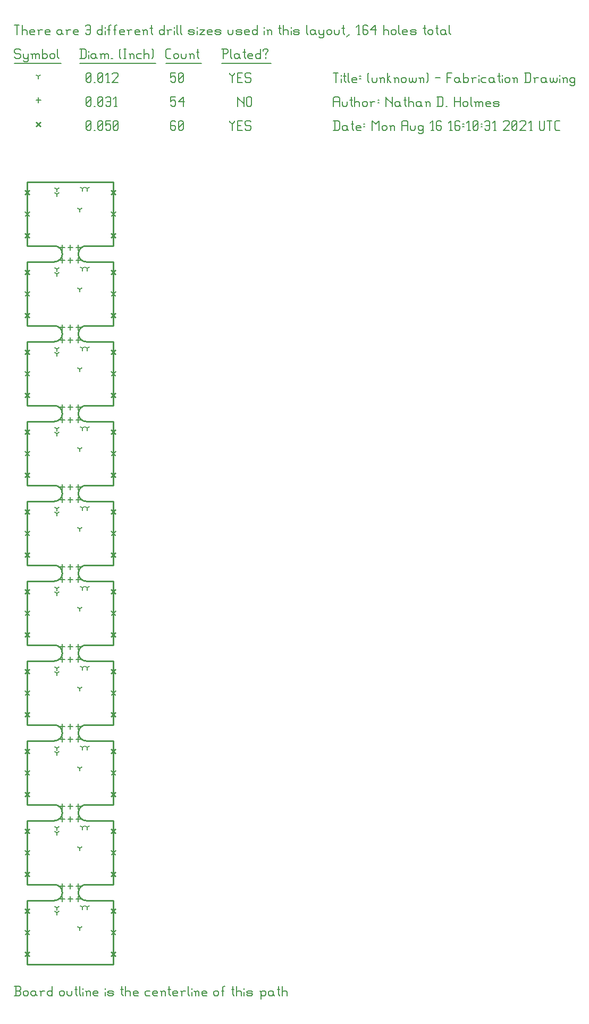
<source format=gbr>
G04 start of page 13 for group -3984 idx -3984 *
G04 Title: (unknown), fab *
G04 Creator: pcb 4.0.2 *
G04 CreationDate: Mon Aug 16 16:10:31 2021 UTC *
G04 For: ndholmes *
G04 Format: Gerber/RS-274X *
G04 PCB-Dimensions (mil): 700.00 5100.00 *
G04 PCB-Coordinate-Origin: lower left *
%MOIN*%
%FSLAX25Y25*%
%LNFAB*%
%ADD45C,0.0100*%
%ADD44C,0.0060*%
%ADD43C,0.0001*%
G54D43*G36*
X60800Y468266D02*X63766Y465300D01*
X63200Y464734D01*
X60234Y467700D01*
X60800Y468266D01*
G37*
G36*
X60234Y465300D02*X63200Y468266D01*
X63766Y467700D01*
X60800Y464734D01*
X60234Y465300D01*
G37*
G36*
X6800Y481766D02*X9766Y478800D01*
X9200Y478234D01*
X6234Y481200D01*
X6800Y481766D01*
G37*
G36*
X6234Y478800D02*X9200Y481766D01*
X9766Y481200D01*
X6800Y478234D01*
X6234Y478800D01*
G37*
G36*
X6800Y468266D02*X9766Y465300D01*
X9200Y464734D01*
X6234Y467700D01*
X6800Y468266D01*
G37*
G36*
X6234Y465300D02*X9200Y468266D01*
X9766Y467700D01*
X6800Y464734D01*
X6234Y465300D01*
G37*
G36*
X60800Y481766D02*X63766Y478800D01*
X63200Y478234D01*
X60234Y481200D01*
X60800Y481766D01*
G37*
G36*
X60234Y478800D02*X63200Y481766D01*
X63766Y481200D01*
X60800Y478234D01*
X60234Y478800D01*
G37*
G36*
X60800Y495266D02*X63766Y492300D01*
X63200Y491734D01*
X60234Y494700D01*
X60800Y495266D01*
G37*
G36*
X60234Y492300D02*X63200Y495266D01*
X63766Y494700D01*
X60800Y491734D01*
X60234Y492300D01*
G37*
G36*
X6800Y495266D02*X9766Y492300D01*
X9200Y491734D01*
X6234Y494700D01*
X6800Y495266D01*
G37*
G36*
X6234Y492300D02*X9200Y495266D01*
X9766Y494700D01*
X6800Y491734D01*
X6234Y492300D01*
G37*
G36*
X60800Y418266D02*X63766Y415300D01*
X63200Y414734D01*
X60234Y417700D01*
X60800Y418266D01*
G37*
G36*
X60234Y415300D02*X63200Y418266D01*
X63766Y417700D01*
X60800Y414734D01*
X60234Y415300D01*
G37*
G36*
X6800Y431766D02*X9766Y428800D01*
X9200Y428234D01*
X6234Y431200D01*
X6800Y431766D01*
G37*
G36*
X6234Y428800D02*X9200Y431766D01*
X9766Y431200D01*
X6800Y428234D01*
X6234Y428800D01*
G37*
G36*
X6800Y418266D02*X9766Y415300D01*
X9200Y414734D01*
X6234Y417700D01*
X6800Y418266D01*
G37*
G36*
X6234Y415300D02*X9200Y418266D01*
X9766Y417700D01*
X6800Y414734D01*
X6234Y415300D01*
G37*
G36*
X60800Y431766D02*X63766Y428800D01*
X63200Y428234D01*
X60234Y431200D01*
X60800Y431766D01*
G37*
G36*
X60234Y428800D02*X63200Y431766D01*
X63766Y431200D01*
X60800Y428234D01*
X60234Y428800D01*
G37*
G36*
X60800Y445266D02*X63766Y442300D01*
X63200Y441734D01*
X60234Y444700D01*
X60800Y445266D01*
G37*
G36*
X60234Y442300D02*X63200Y445266D01*
X63766Y444700D01*
X60800Y441734D01*
X60234Y442300D01*
G37*
G36*
X6800Y445266D02*X9766Y442300D01*
X9200Y441734D01*
X6234Y444700D01*
X6800Y445266D01*
G37*
G36*
X6234Y442300D02*X9200Y445266D01*
X9766Y444700D01*
X6800Y441734D01*
X6234Y442300D01*
G37*
G36*
X60800Y368266D02*X63766Y365300D01*
X63200Y364734D01*
X60234Y367700D01*
X60800Y368266D01*
G37*
G36*
X60234Y365300D02*X63200Y368266D01*
X63766Y367700D01*
X60800Y364734D01*
X60234Y365300D01*
G37*
G36*
X6800Y381766D02*X9766Y378800D01*
X9200Y378234D01*
X6234Y381200D01*
X6800Y381766D01*
G37*
G36*
X6234Y378800D02*X9200Y381766D01*
X9766Y381200D01*
X6800Y378234D01*
X6234Y378800D01*
G37*
G36*
X6800Y368266D02*X9766Y365300D01*
X9200Y364734D01*
X6234Y367700D01*
X6800Y368266D01*
G37*
G36*
X6234Y365300D02*X9200Y368266D01*
X9766Y367700D01*
X6800Y364734D01*
X6234Y365300D01*
G37*
G36*
X60800Y381766D02*X63766Y378800D01*
X63200Y378234D01*
X60234Y381200D01*
X60800Y381766D01*
G37*
G36*
X60234Y378800D02*X63200Y381766D01*
X63766Y381200D01*
X60800Y378234D01*
X60234Y378800D01*
G37*
G36*
X60800Y395266D02*X63766Y392300D01*
X63200Y391734D01*
X60234Y394700D01*
X60800Y395266D01*
G37*
G36*
X60234Y392300D02*X63200Y395266D01*
X63766Y394700D01*
X60800Y391734D01*
X60234Y392300D01*
G37*
G36*
X6800Y395266D02*X9766Y392300D01*
X9200Y391734D01*
X6234Y394700D01*
X6800Y395266D01*
G37*
G36*
X6234Y392300D02*X9200Y395266D01*
X9766Y394700D01*
X6800Y391734D01*
X6234Y392300D01*
G37*
G36*
X60800Y318266D02*X63766Y315300D01*
X63200Y314734D01*
X60234Y317700D01*
X60800Y318266D01*
G37*
G36*
X60234Y315300D02*X63200Y318266D01*
X63766Y317700D01*
X60800Y314734D01*
X60234Y315300D01*
G37*
G36*
X6800Y331766D02*X9766Y328800D01*
X9200Y328234D01*
X6234Y331200D01*
X6800Y331766D01*
G37*
G36*
X6234Y328800D02*X9200Y331766D01*
X9766Y331200D01*
X6800Y328234D01*
X6234Y328800D01*
G37*
G36*
X6800Y318266D02*X9766Y315300D01*
X9200Y314734D01*
X6234Y317700D01*
X6800Y318266D01*
G37*
G36*
X6234Y315300D02*X9200Y318266D01*
X9766Y317700D01*
X6800Y314734D01*
X6234Y315300D01*
G37*
G36*
X60800Y331766D02*X63766Y328800D01*
X63200Y328234D01*
X60234Y331200D01*
X60800Y331766D01*
G37*
G36*
X60234Y328800D02*X63200Y331766D01*
X63766Y331200D01*
X60800Y328234D01*
X60234Y328800D01*
G37*
G36*
X60800Y345266D02*X63766Y342300D01*
X63200Y341734D01*
X60234Y344700D01*
X60800Y345266D01*
G37*
G36*
X60234Y342300D02*X63200Y345266D01*
X63766Y344700D01*
X60800Y341734D01*
X60234Y342300D01*
G37*
G36*
X6800Y345266D02*X9766Y342300D01*
X9200Y341734D01*
X6234Y344700D01*
X6800Y345266D01*
G37*
G36*
X6234Y342300D02*X9200Y345266D01*
X9766Y344700D01*
X6800Y341734D01*
X6234Y342300D01*
G37*
G36*
X60800Y268266D02*X63766Y265300D01*
X63200Y264734D01*
X60234Y267700D01*
X60800Y268266D01*
G37*
G36*
X60234Y265300D02*X63200Y268266D01*
X63766Y267700D01*
X60800Y264734D01*
X60234Y265300D01*
G37*
G36*
X6800Y281766D02*X9766Y278800D01*
X9200Y278234D01*
X6234Y281200D01*
X6800Y281766D01*
G37*
G36*
X6234Y278800D02*X9200Y281766D01*
X9766Y281200D01*
X6800Y278234D01*
X6234Y278800D01*
G37*
G36*
X6800Y268266D02*X9766Y265300D01*
X9200Y264734D01*
X6234Y267700D01*
X6800Y268266D01*
G37*
G36*
X6234Y265300D02*X9200Y268266D01*
X9766Y267700D01*
X6800Y264734D01*
X6234Y265300D01*
G37*
G36*
X60800Y281766D02*X63766Y278800D01*
X63200Y278234D01*
X60234Y281200D01*
X60800Y281766D01*
G37*
G36*
X60234Y278800D02*X63200Y281766D01*
X63766Y281200D01*
X60800Y278234D01*
X60234Y278800D01*
G37*
G36*
X60800Y295266D02*X63766Y292300D01*
X63200Y291734D01*
X60234Y294700D01*
X60800Y295266D01*
G37*
G36*
X60234Y292300D02*X63200Y295266D01*
X63766Y294700D01*
X60800Y291734D01*
X60234Y292300D01*
G37*
G36*
X6800Y295266D02*X9766Y292300D01*
X9200Y291734D01*
X6234Y294700D01*
X6800Y295266D01*
G37*
G36*
X6234Y292300D02*X9200Y295266D01*
X9766Y294700D01*
X6800Y291734D01*
X6234Y292300D01*
G37*
G36*
X60800Y218266D02*X63766Y215300D01*
X63200Y214734D01*
X60234Y217700D01*
X60800Y218266D01*
G37*
G36*
X60234Y215300D02*X63200Y218266D01*
X63766Y217700D01*
X60800Y214734D01*
X60234Y215300D01*
G37*
G36*
X6800Y231766D02*X9766Y228800D01*
X9200Y228234D01*
X6234Y231200D01*
X6800Y231766D01*
G37*
G36*
X6234Y228800D02*X9200Y231766D01*
X9766Y231200D01*
X6800Y228234D01*
X6234Y228800D01*
G37*
G36*
X6800Y218266D02*X9766Y215300D01*
X9200Y214734D01*
X6234Y217700D01*
X6800Y218266D01*
G37*
G36*
X6234Y215300D02*X9200Y218266D01*
X9766Y217700D01*
X6800Y214734D01*
X6234Y215300D01*
G37*
G36*
X60800Y231766D02*X63766Y228800D01*
X63200Y228234D01*
X60234Y231200D01*
X60800Y231766D01*
G37*
G36*
X60234Y228800D02*X63200Y231766D01*
X63766Y231200D01*
X60800Y228234D01*
X60234Y228800D01*
G37*
G36*
X60800Y245266D02*X63766Y242300D01*
X63200Y241734D01*
X60234Y244700D01*
X60800Y245266D01*
G37*
G36*
X60234Y242300D02*X63200Y245266D01*
X63766Y244700D01*
X60800Y241734D01*
X60234Y242300D01*
G37*
G36*
X6800Y245266D02*X9766Y242300D01*
X9200Y241734D01*
X6234Y244700D01*
X6800Y245266D01*
G37*
G36*
X6234Y242300D02*X9200Y245266D01*
X9766Y244700D01*
X6800Y241734D01*
X6234Y242300D01*
G37*
G36*
X60800Y168266D02*X63766Y165300D01*
X63200Y164734D01*
X60234Y167700D01*
X60800Y168266D01*
G37*
G36*
X60234Y165300D02*X63200Y168266D01*
X63766Y167700D01*
X60800Y164734D01*
X60234Y165300D01*
G37*
G36*
X6800Y181766D02*X9766Y178800D01*
X9200Y178234D01*
X6234Y181200D01*
X6800Y181766D01*
G37*
G36*
X6234Y178800D02*X9200Y181766D01*
X9766Y181200D01*
X6800Y178234D01*
X6234Y178800D01*
G37*
G36*
X6800Y168266D02*X9766Y165300D01*
X9200Y164734D01*
X6234Y167700D01*
X6800Y168266D01*
G37*
G36*
X6234Y165300D02*X9200Y168266D01*
X9766Y167700D01*
X6800Y164734D01*
X6234Y165300D01*
G37*
G36*
X60800Y181766D02*X63766Y178800D01*
X63200Y178234D01*
X60234Y181200D01*
X60800Y181766D01*
G37*
G36*
X60234Y178800D02*X63200Y181766D01*
X63766Y181200D01*
X60800Y178234D01*
X60234Y178800D01*
G37*
G36*
X60800Y195266D02*X63766Y192300D01*
X63200Y191734D01*
X60234Y194700D01*
X60800Y195266D01*
G37*
G36*
X60234Y192300D02*X63200Y195266D01*
X63766Y194700D01*
X60800Y191734D01*
X60234Y192300D01*
G37*
G36*
X6800Y195266D02*X9766Y192300D01*
X9200Y191734D01*
X6234Y194700D01*
X6800Y195266D01*
G37*
G36*
X6234Y192300D02*X9200Y195266D01*
X9766Y194700D01*
X6800Y191734D01*
X6234Y192300D01*
G37*
G36*
X60800Y118266D02*X63766Y115300D01*
X63200Y114734D01*
X60234Y117700D01*
X60800Y118266D01*
G37*
G36*
X60234Y115300D02*X63200Y118266D01*
X63766Y117700D01*
X60800Y114734D01*
X60234Y115300D01*
G37*
G36*
X6800Y131766D02*X9766Y128800D01*
X9200Y128234D01*
X6234Y131200D01*
X6800Y131766D01*
G37*
G36*
X6234Y128800D02*X9200Y131766D01*
X9766Y131200D01*
X6800Y128234D01*
X6234Y128800D01*
G37*
G36*
X6800Y118266D02*X9766Y115300D01*
X9200Y114734D01*
X6234Y117700D01*
X6800Y118266D01*
G37*
G36*
X6234Y115300D02*X9200Y118266D01*
X9766Y117700D01*
X6800Y114734D01*
X6234Y115300D01*
G37*
G36*
X60800Y131766D02*X63766Y128800D01*
X63200Y128234D01*
X60234Y131200D01*
X60800Y131766D01*
G37*
G36*
X60234Y128800D02*X63200Y131766D01*
X63766Y131200D01*
X60800Y128234D01*
X60234Y128800D01*
G37*
G36*
X60800Y145266D02*X63766Y142300D01*
X63200Y141734D01*
X60234Y144700D01*
X60800Y145266D01*
G37*
G36*
X60234Y142300D02*X63200Y145266D01*
X63766Y144700D01*
X60800Y141734D01*
X60234Y142300D01*
G37*
G36*
X6800Y145266D02*X9766Y142300D01*
X9200Y141734D01*
X6234Y144700D01*
X6800Y145266D01*
G37*
G36*
X6234Y142300D02*X9200Y145266D01*
X9766Y144700D01*
X6800Y141734D01*
X6234Y142300D01*
G37*
G36*
X60800Y68266D02*X63766Y65300D01*
X63200Y64734D01*
X60234Y67700D01*
X60800Y68266D01*
G37*
G36*
X60234Y65300D02*X63200Y68266D01*
X63766Y67700D01*
X60800Y64734D01*
X60234Y65300D01*
G37*
G36*
X6800Y81766D02*X9766Y78800D01*
X9200Y78234D01*
X6234Y81200D01*
X6800Y81766D01*
G37*
G36*
X6234Y78800D02*X9200Y81766D01*
X9766Y81200D01*
X6800Y78234D01*
X6234Y78800D01*
G37*
G36*
X6800Y68266D02*X9766Y65300D01*
X9200Y64734D01*
X6234Y67700D01*
X6800Y68266D01*
G37*
G36*
X6234Y65300D02*X9200Y68266D01*
X9766Y67700D01*
X6800Y64734D01*
X6234Y65300D01*
G37*
G36*
X60800Y81766D02*X63766Y78800D01*
X63200Y78234D01*
X60234Y81200D01*
X60800Y81766D01*
G37*
G36*
X60234Y78800D02*X63200Y81766D01*
X63766Y81200D01*
X60800Y78234D01*
X60234Y78800D01*
G37*
G36*
X60800Y95266D02*X63766Y92300D01*
X63200Y91734D01*
X60234Y94700D01*
X60800Y95266D01*
G37*
G36*
X60234Y92300D02*X63200Y95266D01*
X63766Y94700D01*
X60800Y91734D01*
X60234Y92300D01*
G37*
G36*
X6800Y95266D02*X9766Y92300D01*
X9200Y91734D01*
X6234Y94700D01*
X6800Y95266D01*
G37*
G36*
X6234Y92300D02*X9200Y95266D01*
X9766Y94700D01*
X6800Y91734D01*
X6234Y92300D01*
G37*
G36*
X60800Y18266D02*X63766Y15300D01*
X63200Y14734D01*
X60234Y17700D01*
X60800Y18266D01*
G37*
G36*
X60234Y15300D02*X63200Y18266D01*
X63766Y17700D01*
X60800Y14734D01*
X60234Y15300D01*
G37*
G36*
X6800Y31766D02*X9766Y28800D01*
X9200Y28234D01*
X6234Y31200D01*
X6800Y31766D01*
G37*
G36*
X6234Y28800D02*X9200Y31766D01*
X9766Y31200D01*
X6800Y28234D01*
X6234Y28800D01*
G37*
G36*
X6800Y18266D02*X9766Y15300D01*
X9200Y14734D01*
X6234Y17700D01*
X6800Y18266D01*
G37*
G36*
X6234Y15300D02*X9200Y18266D01*
X9766Y17700D01*
X6800Y14734D01*
X6234Y15300D01*
G37*
G36*
X60800Y31766D02*X63766Y28800D01*
X63200Y28234D01*
X60234Y31200D01*
X60800Y31766D01*
G37*
G36*
X60234Y28800D02*X63200Y31766D01*
X63766Y31200D01*
X60800Y28234D01*
X60234Y28800D01*
G37*
G36*
X60800Y45266D02*X63766Y42300D01*
X63200Y41734D01*
X60234Y44700D01*
X60800Y45266D01*
G37*
G36*
X60234Y42300D02*X63200Y45266D01*
X63766Y44700D01*
X60800Y41734D01*
X60234Y42300D01*
G37*
G36*
X6800Y45266D02*X9766Y42300D01*
X9200Y41734D01*
X6234Y44700D01*
X6800Y45266D01*
G37*
G36*
X6234Y42300D02*X9200Y45266D01*
X9766Y44700D01*
X6800Y41734D01*
X6234Y42300D01*
G37*
G36*
X13800Y538016D02*X16766Y535050D01*
X16200Y534484D01*
X13234Y537450D01*
X13800Y538016D01*
G37*
G36*
X13234Y535050D02*X16200Y538016D01*
X16766Y537450D01*
X13800Y534484D01*
X13234Y535050D01*
G37*
G54D44*X135000Y538500D02*Y537750D01*
X136500Y536250D01*
X138000Y537750D01*
Y538500D02*Y537750D01*
X136500Y536250D02*Y532500D01*
X139800Y535500D02*X142050D01*
X139800Y532500D02*X142800D01*
X139800Y538500D02*Y532500D01*
Y538500D02*X142800D01*
X147600D02*X148350Y537750D01*
X145350Y538500D02*X147600D01*
X144600Y537750D02*X145350Y538500D01*
X144600Y537750D02*Y536250D01*
X145350Y535500D01*
X147600D01*
X148350Y534750D01*
Y533250D01*
X147600Y532500D02*X148350Y533250D01*
X145350Y532500D02*X147600D01*
X144600Y533250D02*X145350Y532500D01*
X100250Y538500D02*X101000Y537750D01*
X98750Y538500D02*X100250D01*
X98000Y537750D02*X98750Y538500D01*
X98000Y537750D02*Y533250D01*
X98750Y532500D01*
X100250Y535500D02*X101000Y534750D01*
X98000Y535500D02*X100250D01*
X98750Y532500D02*X100250D01*
X101000Y533250D01*
Y534750D02*Y533250D01*
X102800D02*X103550Y532500D01*
X102800Y537750D02*Y533250D01*
Y537750D02*X103550Y538500D01*
X105050D01*
X105800Y537750D01*
Y533250D01*
X105050Y532500D02*X105800Y533250D01*
X103550Y532500D02*X105050D01*
X102800Y534000D02*X105800Y537000D01*
X45000Y533250D02*X45750Y532500D01*
X45000Y537750D02*Y533250D01*
Y537750D02*X45750Y538500D01*
X47250D01*
X48000Y537750D01*
Y533250D01*
X47250Y532500D02*X48000Y533250D01*
X45750Y532500D02*X47250D01*
X45000Y534000D02*X48000Y537000D01*
X49800Y532500D02*X50550D01*
X52350Y533250D02*X53100Y532500D01*
X52350Y537750D02*Y533250D01*
Y537750D02*X53100Y538500D01*
X54600D01*
X55350Y537750D01*
Y533250D01*
X54600Y532500D02*X55350Y533250D01*
X53100Y532500D02*X54600D01*
X52350Y534000D02*X55350Y537000D01*
X57150Y538500D02*X60150D01*
X57150D02*Y535500D01*
X57900Y536250D01*
X59400D01*
X60150Y535500D01*
Y533250D01*
X59400Y532500D02*X60150Y533250D01*
X57900Y532500D02*X59400D01*
X57150Y533250D02*X57900Y532500D01*
X61950Y533250D02*X62700Y532500D01*
X61950Y537750D02*Y533250D01*
Y537750D02*X62700Y538500D01*
X64200D01*
X64950Y537750D01*
Y533250D01*
X64200Y532500D02*X64950Y533250D01*
X62700Y532500D02*X64200D01*
X61950Y534000D02*X64950Y537000D01*
X30000Y460600D02*Y457400D01*
X28400Y459000D02*X31600D01*
X40000Y460600D02*Y457400D01*
X38400Y459000D02*X41600D01*
X35000Y460600D02*Y457400D01*
X33400Y459000D02*X36600D01*
X30000Y452600D02*Y449400D01*
X28400Y451000D02*X31600D01*
X35000Y452600D02*Y449400D01*
X33400Y451000D02*X36600D01*
X40000Y452600D02*Y449400D01*
X38400Y451000D02*X41600D01*
X30000Y410600D02*Y407400D01*
X28400Y409000D02*X31600D01*
X40000Y410600D02*Y407400D01*
X38400Y409000D02*X41600D01*
X35000Y410600D02*Y407400D01*
X33400Y409000D02*X36600D01*
X30000Y402600D02*Y399400D01*
X28400Y401000D02*X31600D01*
X35000Y402600D02*Y399400D01*
X33400Y401000D02*X36600D01*
X40000Y402600D02*Y399400D01*
X38400Y401000D02*X41600D01*
X30000Y360600D02*Y357400D01*
X28400Y359000D02*X31600D01*
X40000Y360600D02*Y357400D01*
X38400Y359000D02*X41600D01*
X35000Y360600D02*Y357400D01*
X33400Y359000D02*X36600D01*
X30000Y352600D02*Y349400D01*
X28400Y351000D02*X31600D01*
X35000Y352600D02*Y349400D01*
X33400Y351000D02*X36600D01*
X40000Y352600D02*Y349400D01*
X38400Y351000D02*X41600D01*
X30000Y310600D02*Y307400D01*
X28400Y309000D02*X31600D01*
X40000Y310600D02*Y307400D01*
X38400Y309000D02*X41600D01*
X35000Y310600D02*Y307400D01*
X33400Y309000D02*X36600D01*
X30000Y302600D02*Y299400D01*
X28400Y301000D02*X31600D01*
X35000Y302600D02*Y299400D01*
X33400Y301000D02*X36600D01*
X40000Y302600D02*Y299400D01*
X38400Y301000D02*X41600D01*
X30000Y260600D02*Y257400D01*
X28400Y259000D02*X31600D01*
X40000Y260600D02*Y257400D01*
X38400Y259000D02*X41600D01*
X35000Y260600D02*Y257400D01*
X33400Y259000D02*X36600D01*
X30000Y252600D02*Y249400D01*
X28400Y251000D02*X31600D01*
X35000Y252600D02*Y249400D01*
X33400Y251000D02*X36600D01*
X40000Y252600D02*Y249400D01*
X38400Y251000D02*X41600D01*
X30000Y210600D02*Y207400D01*
X28400Y209000D02*X31600D01*
X40000Y210600D02*Y207400D01*
X38400Y209000D02*X41600D01*
X35000Y210600D02*Y207400D01*
X33400Y209000D02*X36600D01*
X30000Y202600D02*Y199400D01*
X28400Y201000D02*X31600D01*
X35000Y202600D02*Y199400D01*
X33400Y201000D02*X36600D01*
X40000Y202600D02*Y199400D01*
X38400Y201000D02*X41600D01*
X30000Y160600D02*Y157400D01*
X28400Y159000D02*X31600D01*
X40000Y160600D02*Y157400D01*
X38400Y159000D02*X41600D01*
X35000Y160600D02*Y157400D01*
X33400Y159000D02*X36600D01*
X30000Y152600D02*Y149400D01*
X28400Y151000D02*X31600D01*
X35000Y152600D02*Y149400D01*
X33400Y151000D02*X36600D01*
X40000Y152600D02*Y149400D01*
X38400Y151000D02*X41600D01*
X30000Y110600D02*Y107400D01*
X28400Y109000D02*X31600D01*
X40000Y110600D02*Y107400D01*
X38400Y109000D02*X41600D01*
X35000Y110600D02*Y107400D01*
X33400Y109000D02*X36600D01*
X30000Y102600D02*Y99400D01*
X28400Y101000D02*X31600D01*
X35000Y102600D02*Y99400D01*
X33400Y101000D02*X36600D01*
X40000Y102600D02*Y99400D01*
X38400Y101000D02*X41600D01*
X30000Y60600D02*Y57400D01*
X28400Y59000D02*X31600D01*
X40000Y60600D02*Y57400D01*
X38400Y59000D02*X41600D01*
X35000Y60600D02*Y57400D01*
X33400Y59000D02*X36600D01*
X30000Y52600D02*Y49400D01*
X28400Y51000D02*X31600D01*
X35000Y52600D02*Y49400D01*
X33400Y51000D02*X36600D01*
X40000Y52600D02*Y49400D01*
X38400Y51000D02*X41600D01*
X15000Y552850D02*Y549650D01*
X13400Y551250D02*X16600D01*
X140000Y553500D02*Y547500D01*
Y553500D02*Y552750D01*
X143750Y549000D01*
Y553500D02*Y547500D01*
X145550Y552750D02*Y548250D01*
Y552750D02*X146300Y553500D01*
X147800D01*
X148550Y552750D01*
Y548250D01*
X147800Y547500D02*X148550Y548250D01*
X146300Y547500D02*X147800D01*
X145550Y548250D02*X146300Y547500D01*
X98000Y553500D02*X101000D01*
X98000D02*Y550500D01*
X98750Y551250D01*
X100250D01*
X101000Y550500D01*
Y548250D01*
X100250Y547500D02*X101000Y548250D01*
X98750Y547500D02*X100250D01*
X98000Y548250D02*X98750Y547500D01*
X102800Y550500D02*X105800Y553500D01*
X102800Y550500D02*X106550D01*
X105800Y553500D02*Y547500D01*
X45000Y548250D02*X45750Y547500D01*
X45000Y552750D02*Y548250D01*
Y552750D02*X45750Y553500D01*
X47250D01*
X48000Y552750D01*
Y548250D01*
X47250Y547500D02*X48000Y548250D01*
X45750Y547500D02*X47250D01*
X45000Y549000D02*X48000Y552000D01*
X49800Y547500D02*X50550D01*
X52350Y548250D02*X53100Y547500D01*
X52350Y552750D02*Y548250D01*
Y552750D02*X53100Y553500D01*
X54600D01*
X55350Y552750D01*
Y548250D01*
X54600Y547500D02*X55350Y548250D01*
X53100Y547500D02*X54600D01*
X52350Y549000D02*X55350Y552000D01*
X57150Y552750D02*X57900Y553500D01*
X59400D01*
X60150Y552750D01*
Y548250D01*
X59400Y547500D02*X60150Y548250D01*
X57900Y547500D02*X59400D01*
X57150Y548250D02*X57900Y547500D01*
Y550500D02*X60150D01*
X62700Y547500D02*X64200D01*
X63450Y553500D02*Y547500D01*
X61950Y552000D02*X63450Y553500D01*
X26500Y495500D02*Y493900D01*
Y495500D02*X27887Y496300D01*
X26500Y495500D02*X25113Y496300D01*
X26500Y492500D02*Y490900D01*
Y492500D02*X27887Y493300D01*
X26500Y492500D02*X25113Y493300D01*
X41000Y482800D02*Y481200D01*
Y482800D02*X42387Y483600D01*
X41000Y482800D02*X39613Y483600D01*
X42500Y496000D02*Y494400D01*
Y496000D02*X43887Y496800D01*
X42500Y496000D02*X41113Y496800D01*
X45500Y496000D02*Y494400D01*
Y496000D02*X46887Y496800D01*
X45500Y496000D02*X44113Y496800D01*
X26500Y445500D02*Y443900D01*
Y445500D02*X27887Y446300D01*
X26500Y445500D02*X25113Y446300D01*
X26500Y442500D02*Y440900D01*
Y442500D02*X27887Y443300D01*
X26500Y442500D02*X25113Y443300D01*
X41000Y432800D02*Y431200D01*
Y432800D02*X42387Y433600D01*
X41000Y432800D02*X39613Y433600D01*
X42500Y446000D02*Y444400D01*
Y446000D02*X43887Y446800D01*
X42500Y446000D02*X41113Y446800D01*
X45500Y446000D02*Y444400D01*
Y446000D02*X46887Y446800D01*
X45500Y446000D02*X44113Y446800D01*
X26500Y395500D02*Y393900D01*
Y395500D02*X27887Y396300D01*
X26500Y395500D02*X25113Y396300D01*
X26500Y392500D02*Y390900D01*
Y392500D02*X27887Y393300D01*
X26500Y392500D02*X25113Y393300D01*
X41000Y382800D02*Y381200D01*
Y382800D02*X42387Y383600D01*
X41000Y382800D02*X39613Y383600D01*
X42500Y396000D02*Y394400D01*
Y396000D02*X43887Y396800D01*
X42500Y396000D02*X41113Y396800D01*
X45500Y396000D02*Y394400D01*
Y396000D02*X46887Y396800D01*
X45500Y396000D02*X44113Y396800D01*
X26500Y345500D02*Y343900D01*
Y345500D02*X27887Y346300D01*
X26500Y345500D02*X25113Y346300D01*
X26500Y342500D02*Y340900D01*
Y342500D02*X27887Y343300D01*
X26500Y342500D02*X25113Y343300D01*
X41000Y332800D02*Y331200D01*
Y332800D02*X42387Y333600D01*
X41000Y332800D02*X39613Y333600D01*
X42500Y346000D02*Y344400D01*
Y346000D02*X43887Y346800D01*
X42500Y346000D02*X41113Y346800D01*
X45500Y346000D02*Y344400D01*
Y346000D02*X46887Y346800D01*
X45500Y346000D02*X44113Y346800D01*
X26500Y295500D02*Y293900D01*
Y295500D02*X27887Y296300D01*
X26500Y295500D02*X25113Y296300D01*
X26500Y292500D02*Y290900D01*
Y292500D02*X27887Y293300D01*
X26500Y292500D02*X25113Y293300D01*
X41000Y282800D02*Y281200D01*
Y282800D02*X42387Y283600D01*
X41000Y282800D02*X39613Y283600D01*
X42500Y296000D02*Y294400D01*
Y296000D02*X43887Y296800D01*
X42500Y296000D02*X41113Y296800D01*
X45500Y296000D02*Y294400D01*
Y296000D02*X46887Y296800D01*
X45500Y296000D02*X44113Y296800D01*
X26500Y245500D02*Y243900D01*
Y245500D02*X27887Y246300D01*
X26500Y245500D02*X25113Y246300D01*
X26500Y242500D02*Y240900D01*
Y242500D02*X27887Y243300D01*
X26500Y242500D02*X25113Y243300D01*
X41000Y232800D02*Y231200D01*
Y232800D02*X42387Y233600D01*
X41000Y232800D02*X39613Y233600D01*
X42500Y246000D02*Y244400D01*
Y246000D02*X43887Y246800D01*
X42500Y246000D02*X41113Y246800D01*
X45500Y246000D02*Y244400D01*
Y246000D02*X46887Y246800D01*
X45500Y246000D02*X44113Y246800D01*
X26500Y195500D02*Y193900D01*
Y195500D02*X27887Y196300D01*
X26500Y195500D02*X25113Y196300D01*
X26500Y192500D02*Y190900D01*
Y192500D02*X27887Y193300D01*
X26500Y192500D02*X25113Y193300D01*
X41000Y182800D02*Y181200D01*
Y182800D02*X42387Y183600D01*
X41000Y182800D02*X39613Y183600D01*
X42500Y196000D02*Y194400D01*
Y196000D02*X43887Y196800D01*
X42500Y196000D02*X41113Y196800D01*
X45500Y196000D02*Y194400D01*
Y196000D02*X46887Y196800D01*
X45500Y196000D02*X44113Y196800D01*
X26500Y145500D02*Y143900D01*
Y145500D02*X27887Y146300D01*
X26500Y145500D02*X25113Y146300D01*
X26500Y142500D02*Y140900D01*
Y142500D02*X27887Y143300D01*
X26500Y142500D02*X25113Y143300D01*
X41000Y132800D02*Y131200D01*
Y132800D02*X42387Y133600D01*
X41000Y132800D02*X39613Y133600D01*
X42500Y146000D02*Y144400D01*
Y146000D02*X43887Y146800D01*
X42500Y146000D02*X41113Y146800D01*
X45500Y146000D02*Y144400D01*
Y146000D02*X46887Y146800D01*
X45500Y146000D02*X44113Y146800D01*
X26500Y95500D02*Y93900D01*
Y95500D02*X27887Y96300D01*
X26500Y95500D02*X25113Y96300D01*
X26500Y92500D02*Y90900D01*
Y92500D02*X27887Y93300D01*
X26500Y92500D02*X25113Y93300D01*
X41000Y82800D02*Y81200D01*
Y82800D02*X42387Y83600D01*
X41000Y82800D02*X39613Y83600D01*
X42500Y96000D02*Y94400D01*
Y96000D02*X43887Y96800D01*
X42500Y96000D02*X41113Y96800D01*
X45500Y96000D02*Y94400D01*
Y96000D02*X46887Y96800D01*
X45500Y96000D02*X44113Y96800D01*
X26500Y45500D02*Y43900D01*
Y45500D02*X27887Y46300D01*
X26500Y45500D02*X25113Y46300D01*
X26500Y42500D02*Y40900D01*
Y42500D02*X27887Y43300D01*
X26500Y42500D02*X25113Y43300D01*
X41000Y32800D02*Y31200D01*
Y32800D02*X42387Y33600D01*
X41000Y32800D02*X39613Y33600D01*
X42500Y46000D02*Y44400D01*
Y46000D02*X43887Y46800D01*
X42500Y46000D02*X41113Y46800D01*
X45500Y46000D02*Y44400D01*
Y46000D02*X46887Y46800D01*
X45500Y46000D02*X44113Y46800D01*
X15000Y566250D02*Y564650D01*
Y566250D02*X16387Y567050D01*
X15000Y566250D02*X13613Y567050D01*
X135000Y568500D02*Y567750D01*
X136500Y566250D01*
X138000Y567750D01*
Y568500D02*Y567750D01*
X136500Y566250D02*Y562500D01*
X139800Y565500D02*X142050D01*
X139800Y562500D02*X142800D01*
X139800Y568500D02*Y562500D01*
Y568500D02*X142800D01*
X147600D02*X148350Y567750D01*
X145350Y568500D02*X147600D01*
X144600Y567750D02*X145350Y568500D01*
X144600Y567750D02*Y566250D01*
X145350Y565500D01*
X147600D01*
X148350Y564750D01*
Y563250D01*
X147600Y562500D02*X148350Y563250D01*
X145350Y562500D02*X147600D01*
X144600Y563250D02*X145350Y562500D01*
X98000Y568500D02*X101000D01*
X98000D02*Y565500D01*
X98750Y566250D01*
X100250D01*
X101000Y565500D01*
Y563250D01*
X100250Y562500D02*X101000Y563250D01*
X98750Y562500D02*X100250D01*
X98000Y563250D02*X98750Y562500D01*
X102800Y563250D02*X103550Y562500D01*
X102800Y567750D02*Y563250D01*
Y567750D02*X103550Y568500D01*
X105050D01*
X105800Y567750D01*
Y563250D01*
X105050Y562500D02*X105800Y563250D01*
X103550Y562500D02*X105050D01*
X102800Y564000D02*X105800Y567000D01*
X45000Y563250D02*X45750Y562500D01*
X45000Y567750D02*Y563250D01*
Y567750D02*X45750Y568500D01*
X47250D01*
X48000Y567750D01*
Y563250D01*
X47250Y562500D02*X48000Y563250D01*
X45750Y562500D02*X47250D01*
X45000Y564000D02*X48000Y567000D01*
X49800Y562500D02*X50550D01*
X52350Y563250D02*X53100Y562500D01*
X52350Y567750D02*Y563250D01*
Y567750D02*X53100Y568500D01*
X54600D01*
X55350Y567750D01*
Y563250D01*
X54600Y562500D02*X55350Y563250D01*
X53100Y562500D02*X54600D01*
X52350Y564000D02*X55350Y567000D01*
X57900Y562500D02*X59400D01*
X58650Y568500D02*Y562500D01*
X57150Y567000D02*X58650Y568500D01*
X61200Y567750D02*X61950Y568500D01*
X64200D01*
X64950Y567750D01*
Y566250D01*
X61200Y562500D02*X64950Y566250D01*
X61200Y562500D02*X64950D01*
X3000Y583500D02*X3750Y582750D01*
X750Y583500D02*X3000D01*
X0Y582750D02*X750Y583500D01*
X0Y582750D02*Y581250D01*
X750Y580500D01*
X3000D01*
X3750Y579750D01*
Y578250D01*
X3000Y577500D02*X3750Y578250D01*
X750Y577500D02*X3000D01*
X0Y578250D02*X750Y577500D01*
X5550Y580500D02*Y578250D01*
X6300Y577500D01*
X8550Y580500D02*Y576000D01*
X7800Y575250D02*X8550Y576000D01*
X6300Y575250D02*X7800D01*
X5550Y576000D02*X6300Y575250D01*
Y577500D02*X7800D01*
X8550Y578250D01*
X11100Y579750D02*Y577500D01*
Y579750D02*X11850Y580500D01*
X12600D01*
X13350Y579750D01*
Y577500D01*
Y579750D02*X14100Y580500D01*
X14850D01*
X15600Y579750D01*
Y577500D01*
X10350Y580500D02*X11100Y579750D01*
X17400Y583500D02*Y577500D01*
Y578250D02*X18150Y577500D01*
X19650D01*
X20400Y578250D01*
Y579750D02*Y578250D01*
X19650Y580500D02*X20400Y579750D01*
X18150Y580500D02*X19650D01*
X17400Y579750D02*X18150Y580500D01*
X22200Y579750D02*Y578250D01*
Y579750D02*X22950Y580500D01*
X24450D01*
X25200Y579750D01*
Y578250D01*
X24450Y577500D02*X25200Y578250D01*
X22950Y577500D02*X24450D01*
X22200Y578250D02*X22950Y577500D01*
X27000Y583500D02*Y578250D01*
X27750Y577500D01*
X0Y574250D02*X29250D01*
X41750Y583500D02*Y577500D01*
X44000Y583500D02*X44750Y582750D01*
Y578250D01*
X44000Y577500D02*X44750Y578250D01*
X41000Y577500D02*X44000D01*
X41000Y583500D02*X44000D01*
X46550Y582000D02*Y581250D01*
Y579750D02*Y577500D01*
X50300Y580500D02*X51050Y579750D01*
X48800Y580500D02*X50300D01*
X48050Y579750D02*X48800Y580500D01*
X48050Y579750D02*Y578250D01*
X48800Y577500D01*
X51050Y580500D02*Y578250D01*
X51800Y577500D01*
X48800D02*X50300D01*
X51050Y578250D01*
X54350Y579750D02*Y577500D01*
Y579750D02*X55100Y580500D01*
X55850D01*
X56600Y579750D01*
Y577500D01*
Y579750D02*X57350Y580500D01*
X58100D01*
X58850Y579750D01*
Y577500D01*
X53600Y580500D02*X54350Y579750D01*
X60650Y577500D02*X61400D01*
X65900Y578250D02*X66650Y577500D01*
X65900Y582750D02*X66650Y583500D01*
X65900Y582750D02*Y578250D01*
X68450Y583500D02*X69950D01*
X69200D02*Y577500D01*
X68450D02*X69950D01*
X72500Y579750D02*Y577500D01*
Y579750D02*X73250Y580500D01*
X74000D01*
X74750Y579750D01*
Y577500D01*
X71750Y580500D02*X72500Y579750D01*
X77300Y580500D02*X79550D01*
X76550Y579750D02*X77300Y580500D01*
X76550Y579750D02*Y578250D01*
X77300Y577500D01*
X79550D01*
X81350Y583500D02*Y577500D01*
Y579750D02*X82100Y580500D01*
X83600D01*
X84350Y579750D01*
Y577500D01*
X86150Y583500D02*X86900Y582750D01*
Y578250D01*
X86150Y577500D02*X86900Y578250D01*
X41000Y574250D02*X88700D01*
X95750Y577500D02*X98000D01*
X95000Y578250D02*X95750Y577500D01*
X95000Y582750D02*Y578250D01*
Y582750D02*X95750Y583500D01*
X98000D01*
X99800Y579750D02*Y578250D01*
Y579750D02*X100550Y580500D01*
X102050D01*
X102800Y579750D01*
Y578250D01*
X102050Y577500D02*X102800Y578250D01*
X100550Y577500D02*X102050D01*
X99800Y578250D02*X100550Y577500D01*
X104600Y580500D02*Y578250D01*
X105350Y577500D01*
X106850D01*
X107600Y578250D01*
Y580500D02*Y578250D01*
X110150Y579750D02*Y577500D01*
Y579750D02*X110900Y580500D01*
X111650D01*
X112400Y579750D01*
Y577500D01*
X109400Y580500D02*X110150Y579750D01*
X114950Y583500D02*Y578250D01*
X115700Y577500D01*
X114200Y581250D02*X115700D01*
X95000Y574250D02*X117200D01*
X130750Y583500D02*Y577500D01*
X130000Y583500D02*X133000D01*
X133750Y582750D01*
Y581250D01*
X133000Y580500D02*X133750Y581250D01*
X130750Y580500D02*X133000D01*
X135550Y583500D02*Y578250D01*
X136300Y577500D01*
X140050Y580500D02*X140800Y579750D01*
X138550Y580500D02*X140050D01*
X137800Y579750D02*X138550Y580500D01*
X137800Y579750D02*Y578250D01*
X138550Y577500D01*
X140800Y580500D02*Y578250D01*
X141550Y577500D01*
X138550D02*X140050D01*
X140800Y578250D01*
X144100Y583500D02*Y578250D01*
X144850Y577500D01*
X143350Y581250D02*X144850D01*
X147100Y577500D02*X149350D01*
X146350Y578250D02*X147100Y577500D01*
X146350Y579750D02*Y578250D01*
Y579750D02*X147100Y580500D01*
X148600D01*
X149350Y579750D01*
X146350Y579000D02*X149350D01*
Y579750D02*Y579000D01*
X154150Y583500D02*Y577500D01*
X153400D02*X154150Y578250D01*
X151900Y577500D02*X153400D01*
X151150Y578250D02*X151900Y577500D01*
X151150Y579750D02*Y578250D01*
Y579750D02*X151900Y580500D01*
X153400D01*
X154150Y579750D01*
X157450Y580500D02*Y579750D01*
Y578250D02*Y577500D01*
X155950Y582750D02*Y582000D01*
Y582750D02*X156700Y583500D01*
X158200D01*
X158950Y582750D01*
Y582000D01*
X157450Y580500D02*X158950Y582000D01*
X130000Y574250D02*X160750D01*
X0Y598500D02*X3000D01*
X1500D02*Y592500D01*
X4800Y598500D02*Y592500D01*
Y594750D02*X5550Y595500D01*
X7050D01*
X7800Y594750D01*
Y592500D01*
X10350D02*X12600D01*
X9600Y593250D02*X10350Y592500D01*
X9600Y594750D02*Y593250D01*
Y594750D02*X10350Y595500D01*
X11850D01*
X12600Y594750D01*
X9600Y594000D02*X12600D01*
Y594750D02*Y594000D01*
X15150Y594750D02*Y592500D01*
Y594750D02*X15900Y595500D01*
X17400D01*
X14400D02*X15150Y594750D01*
X19950Y592500D02*X22200D01*
X19200Y593250D02*X19950Y592500D01*
X19200Y594750D02*Y593250D01*
Y594750D02*X19950Y595500D01*
X21450D01*
X22200Y594750D01*
X19200Y594000D02*X22200D01*
Y594750D02*Y594000D01*
X28950Y595500D02*X29700Y594750D01*
X27450Y595500D02*X28950D01*
X26700Y594750D02*X27450Y595500D01*
X26700Y594750D02*Y593250D01*
X27450Y592500D01*
X29700Y595500D02*Y593250D01*
X30450Y592500D01*
X27450D02*X28950D01*
X29700Y593250D01*
X33000Y594750D02*Y592500D01*
Y594750D02*X33750Y595500D01*
X35250D01*
X32250D02*X33000Y594750D01*
X37800Y592500D02*X40050D01*
X37050Y593250D02*X37800Y592500D01*
X37050Y594750D02*Y593250D01*
Y594750D02*X37800Y595500D01*
X39300D01*
X40050Y594750D01*
X37050Y594000D02*X40050D01*
Y594750D02*Y594000D01*
X44550Y597750D02*X45300Y598500D01*
X46800D01*
X47550Y597750D01*
Y593250D01*
X46800Y592500D02*X47550Y593250D01*
X45300Y592500D02*X46800D01*
X44550Y593250D02*X45300Y592500D01*
Y595500D02*X47550D01*
X55050Y598500D02*Y592500D01*
X54300D02*X55050Y593250D01*
X52800Y592500D02*X54300D01*
X52050Y593250D02*X52800Y592500D01*
X52050Y594750D02*Y593250D01*
Y594750D02*X52800Y595500D01*
X54300D01*
X55050Y594750D01*
X56850Y597000D02*Y596250D01*
Y594750D02*Y592500D01*
X59100Y597750D02*Y592500D01*
Y597750D02*X59850Y598500D01*
X60600D01*
X58350Y595500D02*X59850D01*
X62850Y597750D02*Y592500D01*
Y597750D02*X63600Y598500D01*
X64350D01*
X62100Y595500D02*X63600D01*
X66600Y592500D02*X68850D01*
X65850Y593250D02*X66600Y592500D01*
X65850Y594750D02*Y593250D01*
Y594750D02*X66600Y595500D01*
X68100D01*
X68850Y594750D01*
X65850Y594000D02*X68850D01*
Y594750D02*Y594000D01*
X71400Y594750D02*Y592500D01*
Y594750D02*X72150Y595500D01*
X73650D01*
X70650D02*X71400Y594750D01*
X76200Y592500D02*X78450D01*
X75450Y593250D02*X76200Y592500D01*
X75450Y594750D02*Y593250D01*
Y594750D02*X76200Y595500D01*
X77700D01*
X78450Y594750D01*
X75450Y594000D02*X78450D01*
Y594750D02*Y594000D01*
X81000Y594750D02*Y592500D01*
Y594750D02*X81750Y595500D01*
X82500D01*
X83250Y594750D01*
Y592500D01*
X80250Y595500D02*X81000Y594750D01*
X85800Y598500D02*Y593250D01*
X86550Y592500D01*
X85050Y596250D02*X86550D01*
X93750Y598500D02*Y592500D01*
X93000D02*X93750Y593250D01*
X91500Y592500D02*X93000D01*
X90750Y593250D02*X91500Y592500D01*
X90750Y594750D02*Y593250D01*
Y594750D02*X91500Y595500D01*
X93000D01*
X93750Y594750D01*
X96300D02*Y592500D01*
Y594750D02*X97050Y595500D01*
X98550D01*
X95550D02*X96300Y594750D01*
X100350Y597000D02*Y596250D01*
Y594750D02*Y592500D01*
X101850Y598500D02*Y593250D01*
X102600Y592500D01*
X104100Y598500D02*Y593250D01*
X104850Y592500D01*
X109800D02*X112050D01*
X112800Y593250D01*
X112050Y594000D02*X112800Y593250D01*
X109800Y594000D02*X112050D01*
X109050Y594750D02*X109800Y594000D01*
X109050Y594750D02*X109800Y595500D01*
X112050D01*
X112800Y594750D01*
X109050Y593250D02*X109800Y592500D01*
X114600Y597000D02*Y596250D01*
Y594750D02*Y592500D01*
X116100Y595500D02*X119100D01*
X116100Y592500D02*X119100Y595500D01*
X116100Y592500D02*X119100D01*
X121650D02*X123900D01*
X120900Y593250D02*X121650Y592500D01*
X120900Y594750D02*Y593250D01*
Y594750D02*X121650Y595500D01*
X123150D01*
X123900Y594750D01*
X120900Y594000D02*X123900D01*
Y594750D02*Y594000D01*
X126450Y592500D02*X128700D01*
X129450Y593250D01*
X128700Y594000D02*X129450Y593250D01*
X126450Y594000D02*X128700D01*
X125700Y594750D02*X126450Y594000D01*
X125700Y594750D02*X126450Y595500D01*
X128700D01*
X129450Y594750D01*
X125700Y593250D02*X126450Y592500D01*
X133950Y595500D02*Y593250D01*
X134700Y592500D01*
X136200D01*
X136950Y593250D01*
Y595500D02*Y593250D01*
X139500Y592500D02*X141750D01*
X142500Y593250D01*
X141750Y594000D02*X142500Y593250D01*
X139500Y594000D02*X141750D01*
X138750Y594750D02*X139500Y594000D01*
X138750Y594750D02*X139500Y595500D01*
X141750D01*
X142500Y594750D01*
X138750Y593250D02*X139500Y592500D01*
X145050D02*X147300D01*
X144300Y593250D02*X145050Y592500D01*
X144300Y594750D02*Y593250D01*
Y594750D02*X145050Y595500D01*
X146550D01*
X147300Y594750D01*
X144300Y594000D02*X147300D01*
Y594750D02*Y594000D01*
X152100Y598500D02*Y592500D01*
X151350D02*X152100Y593250D01*
X149850Y592500D02*X151350D01*
X149100Y593250D02*X149850Y592500D01*
X149100Y594750D02*Y593250D01*
Y594750D02*X149850Y595500D01*
X151350D01*
X152100Y594750D01*
X156600Y597000D02*Y596250D01*
Y594750D02*Y592500D01*
X158850Y594750D02*Y592500D01*
Y594750D02*X159600Y595500D01*
X160350D01*
X161100Y594750D01*
Y592500D01*
X158100Y595500D02*X158850Y594750D01*
X166350Y598500D02*Y593250D01*
X167100Y592500D01*
X165600Y596250D02*X167100D01*
X168600Y598500D02*Y592500D01*
Y594750D02*X169350Y595500D01*
X170850D01*
X171600Y594750D01*
Y592500D01*
X173400Y597000D02*Y596250D01*
Y594750D02*Y592500D01*
X175650D02*X177900D01*
X178650Y593250D01*
X177900Y594000D02*X178650Y593250D01*
X175650Y594000D02*X177900D01*
X174900Y594750D02*X175650Y594000D01*
X174900Y594750D02*X175650Y595500D01*
X177900D01*
X178650Y594750D01*
X174900Y593250D02*X175650Y592500D01*
X183150Y598500D02*Y593250D01*
X183900Y592500D01*
X187650Y595500D02*X188400Y594750D01*
X186150Y595500D02*X187650D01*
X185400Y594750D02*X186150Y595500D01*
X185400Y594750D02*Y593250D01*
X186150Y592500D01*
X188400Y595500D02*Y593250D01*
X189150Y592500D01*
X186150D02*X187650D01*
X188400Y593250D01*
X190950Y595500D02*Y593250D01*
X191700Y592500D01*
X193950Y595500D02*Y591000D01*
X193200Y590250D02*X193950Y591000D01*
X191700Y590250D02*X193200D01*
X190950Y591000D02*X191700Y590250D01*
Y592500D02*X193200D01*
X193950Y593250D01*
X195750Y594750D02*Y593250D01*
Y594750D02*X196500Y595500D01*
X198000D01*
X198750Y594750D01*
Y593250D01*
X198000Y592500D02*X198750Y593250D01*
X196500Y592500D02*X198000D01*
X195750Y593250D02*X196500Y592500D01*
X200550Y595500D02*Y593250D01*
X201300Y592500D01*
X202800D01*
X203550Y593250D01*
Y595500D02*Y593250D01*
X206100Y598500D02*Y593250D01*
X206850Y592500D01*
X205350Y596250D02*X206850D01*
X208350Y591000D02*X209850Y592500D01*
X215100D02*X216600D01*
X215850Y598500D02*Y592500D01*
X214350Y597000D02*X215850Y598500D01*
X220650D02*X221400Y597750D01*
X219150Y598500D02*X220650D01*
X218400Y597750D02*X219150Y598500D01*
X218400Y597750D02*Y593250D01*
X219150Y592500D01*
X220650Y595500D02*X221400Y594750D01*
X218400Y595500D02*X220650D01*
X219150Y592500D02*X220650D01*
X221400Y593250D01*
Y594750D02*Y593250D01*
X223200Y595500D02*X226200Y598500D01*
X223200Y595500D02*X226950D01*
X226200Y598500D02*Y592500D01*
X231450Y598500D02*Y592500D01*
Y594750D02*X232200Y595500D01*
X233700D01*
X234450Y594750D01*
Y592500D01*
X236250Y594750D02*Y593250D01*
Y594750D02*X237000Y595500D01*
X238500D01*
X239250Y594750D01*
Y593250D01*
X238500Y592500D02*X239250Y593250D01*
X237000Y592500D02*X238500D01*
X236250Y593250D02*X237000Y592500D01*
X241050Y598500D02*Y593250D01*
X241800Y592500D01*
X244050D02*X246300D01*
X243300Y593250D02*X244050Y592500D01*
X243300Y594750D02*Y593250D01*
Y594750D02*X244050Y595500D01*
X245550D01*
X246300Y594750D01*
X243300Y594000D02*X246300D01*
Y594750D02*Y594000D01*
X248850Y592500D02*X251100D01*
X251850Y593250D01*
X251100Y594000D02*X251850Y593250D01*
X248850Y594000D02*X251100D01*
X248100Y594750D02*X248850Y594000D01*
X248100Y594750D02*X248850Y595500D01*
X251100D01*
X251850Y594750D01*
X248100Y593250D02*X248850Y592500D01*
X257100Y598500D02*Y593250D01*
X257850Y592500D01*
X256350Y596250D02*X257850D01*
X259350Y594750D02*Y593250D01*
Y594750D02*X260100Y595500D01*
X261600D01*
X262350Y594750D01*
Y593250D01*
X261600Y592500D02*X262350Y593250D01*
X260100Y592500D02*X261600D01*
X259350Y593250D02*X260100Y592500D01*
X264900Y598500D02*Y593250D01*
X265650Y592500D01*
X264150Y596250D02*X265650D01*
X269400Y595500D02*X270150Y594750D01*
X267900Y595500D02*X269400D01*
X267150Y594750D02*X267900Y595500D01*
X267150Y594750D02*Y593250D01*
X267900Y592500D01*
X270150Y595500D02*Y593250D01*
X270900Y592500D01*
X267900D02*X269400D01*
X270150Y593250D01*
X272700Y598500D02*Y593250D01*
X273450Y592500D01*
G54D45*X25000Y460000D02*X8000D01*
X62000D02*X45000D01*
X62000Y500000D02*X8000D01*
Y460000D01*
X62000D02*Y500000D01*
X25000Y410000D02*X8000D01*
X62000D02*X45000D01*
X25000Y450000D02*X8000D01*
X62000D02*X45000D01*
X8000D02*Y410000D01*
X62000D02*Y450000D01*
X25000Y360000D02*X8000D01*
X62000D02*X45000D01*
X25000Y400000D02*X8000D01*
X62000D02*X45000D01*
X8000D02*Y360000D01*
X62000D02*Y400000D01*
X25000Y310000D02*X8000D01*
X62000D02*X45000D01*
X25000Y350000D02*X8000D01*
X62000D02*X45000D01*
X8000D02*Y310000D01*
X62000D02*Y350000D01*
X25000Y260000D02*X8000D01*
X62000D02*X45000D01*
X25000Y300000D02*X8000D01*
X62000D02*X45000D01*
X8000D02*Y260000D01*
X62000D02*Y300000D01*
X25000Y210000D02*X8000D01*
X62000D02*X45000D01*
X25000Y250000D02*X8000D01*
X62000D02*X45000D01*
X8000D02*Y210000D01*
X62000D02*Y250000D01*
X25000Y160000D02*X8000D01*
X62000D02*X45000D01*
X25000Y200000D02*X8000D01*
X62000D02*X45000D01*
X8000D02*Y160000D01*
X62000D02*Y200000D01*
X25000Y110000D02*X8000D01*
X62000D02*X45000D01*
X25000Y150000D02*X8000D01*
X62000D02*X45000D01*
X8000D02*Y110000D01*
X62000D02*Y150000D01*
X25000Y60000D02*X8000D01*
X62000D02*X45000D01*
X25000Y100000D02*X8000D01*
X62000D02*X45000D01*
X8000D02*Y60000D01*
X62000D02*Y100000D01*
Y10000D02*X8000D01*
X25000Y50000D02*X8000D01*
X62000D02*X45000D01*
X8000D02*Y10000D01*
X62000D02*Y50000D01*
X40000Y455000D02*G75*G03X45000Y450000I5000J0D01*G01*
X40000Y455000D02*G75*G02X45000Y460000I5000J0D01*G01*
X30000Y455000D02*G75*G02X25000Y450000I-5000J0D01*G01*
X30000Y455000D02*G75*G03X25000Y460000I-5000J0D01*G01*
X40000Y405000D02*G75*G03X45000Y400000I5000J0D01*G01*
X40000Y405000D02*G75*G02X45000Y410000I5000J0D01*G01*
X30000Y405000D02*G75*G02X25000Y400000I-5000J0D01*G01*
X30000Y405000D02*G75*G03X25000Y410000I-5000J0D01*G01*
X40000Y355000D02*G75*G03X45000Y350000I5000J0D01*G01*
X40000Y355000D02*G75*G02X45000Y360000I5000J0D01*G01*
X30000Y355000D02*G75*G02X25000Y350000I-5000J0D01*G01*
X30000Y355000D02*G75*G03X25000Y360000I-5000J0D01*G01*
X40000Y305000D02*G75*G03X45000Y300000I5000J0D01*G01*
X40000Y305000D02*G75*G02X45000Y310000I5000J0D01*G01*
X30000Y305000D02*G75*G02X25000Y300000I-5000J0D01*G01*
X30000Y305000D02*G75*G03X25000Y310000I-5000J0D01*G01*
X40000Y255000D02*G75*G03X45000Y250000I5000J0D01*G01*
X40000Y255000D02*G75*G02X45000Y260000I5000J0D01*G01*
X30000Y255000D02*G75*G02X25000Y250000I-5000J0D01*G01*
X30000Y255000D02*G75*G03X25000Y260000I-5000J0D01*G01*
X40000Y205000D02*G75*G03X45000Y200000I5000J0D01*G01*
X40000Y205000D02*G75*G02X45000Y210000I5000J0D01*G01*
X30000Y205000D02*G75*G02X25000Y200000I-5000J0D01*G01*
X30000Y205000D02*G75*G03X25000Y210000I-5000J0D01*G01*
X40000Y155000D02*G75*G03X45000Y150000I5000J0D01*G01*
X40000Y155000D02*G75*G02X45000Y160000I5000J0D01*G01*
X30000Y155000D02*G75*G02X25000Y150000I-5000J0D01*G01*
X30000Y155000D02*G75*G03X25000Y160000I-5000J0D01*G01*
X40000Y105000D02*G75*G03X45000Y100000I5000J0D01*G01*
X40000Y105000D02*G75*G02X45000Y110000I5000J0D01*G01*
X30000Y105000D02*G75*G02X25000Y100000I-5000J0D01*G01*
X30000Y105000D02*G75*G03X25000Y110000I-5000J0D01*G01*
X40000Y55000D02*G75*G03X45000Y50000I5000J0D01*G01*
X40000Y55000D02*G75*G02X45000Y60000I5000J0D01*G01*
X30000Y55000D02*G75*G02X25000Y50000I-5000J0D01*G01*
X30000Y55000D02*G75*G03X25000Y60000I-5000J0D01*G01*
G54D44*X0Y-9500D02*X3000D01*
X3750Y-8750D01*
Y-7250D02*Y-8750D01*
X3000Y-6500D02*X3750Y-7250D01*
X750Y-6500D02*X3000D01*
X750Y-3500D02*Y-9500D01*
X0Y-3500D02*X3000D01*
X3750Y-4250D01*
Y-5750D01*
X3000Y-6500D02*X3750Y-5750D01*
X5550Y-7250D02*Y-8750D01*
Y-7250D02*X6300Y-6500D01*
X7800D01*
X8550Y-7250D01*
Y-8750D01*
X7800Y-9500D02*X8550Y-8750D01*
X6300Y-9500D02*X7800D01*
X5550Y-8750D02*X6300Y-9500D01*
X12600Y-6500D02*X13350Y-7250D01*
X11100Y-6500D02*X12600D01*
X10350Y-7250D02*X11100Y-6500D01*
X10350Y-7250D02*Y-8750D01*
X11100Y-9500D01*
X13350Y-6500D02*Y-8750D01*
X14100Y-9500D01*
X11100D02*X12600D01*
X13350Y-8750D01*
X16650Y-7250D02*Y-9500D01*
Y-7250D02*X17400Y-6500D01*
X18900D01*
X15900D02*X16650Y-7250D01*
X23700Y-3500D02*Y-9500D01*
X22950D02*X23700Y-8750D01*
X21450Y-9500D02*X22950D01*
X20700Y-8750D02*X21450Y-9500D01*
X20700Y-7250D02*Y-8750D01*
Y-7250D02*X21450Y-6500D01*
X22950D01*
X23700Y-7250D01*
X28200D02*Y-8750D01*
Y-7250D02*X28950Y-6500D01*
X30450D01*
X31200Y-7250D01*
Y-8750D01*
X30450Y-9500D02*X31200Y-8750D01*
X28950Y-9500D02*X30450D01*
X28200Y-8750D02*X28950Y-9500D01*
X33000Y-6500D02*Y-8750D01*
X33750Y-9500D01*
X35250D01*
X36000Y-8750D01*
Y-6500D02*Y-8750D01*
X38550Y-3500D02*Y-8750D01*
X39300Y-9500D01*
X37800Y-5750D02*X39300D01*
X40800Y-3500D02*Y-8750D01*
X41550Y-9500D01*
X43050Y-5000D02*Y-5750D01*
Y-7250D02*Y-9500D01*
X45300Y-7250D02*Y-9500D01*
Y-7250D02*X46050Y-6500D01*
X46800D01*
X47550Y-7250D01*
Y-9500D01*
X44550Y-6500D02*X45300Y-7250D01*
X50100Y-9500D02*X52350D01*
X49350Y-8750D02*X50100Y-9500D01*
X49350Y-7250D02*Y-8750D01*
Y-7250D02*X50100Y-6500D01*
X51600D01*
X52350Y-7250D01*
X49350Y-8000D02*X52350D01*
Y-7250D02*Y-8000D01*
X56850Y-5000D02*Y-5750D01*
Y-7250D02*Y-9500D01*
X59100D02*X61350D01*
X62100Y-8750D01*
X61350Y-8000D02*X62100Y-8750D01*
X59100Y-8000D02*X61350D01*
X58350Y-7250D02*X59100Y-8000D01*
X58350Y-7250D02*X59100Y-6500D01*
X61350D01*
X62100Y-7250D01*
X58350Y-8750D02*X59100Y-9500D01*
X67350Y-3500D02*Y-8750D01*
X68100Y-9500D01*
X66600Y-5750D02*X68100D01*
X69600Y-3500D02*Y-9500D01*
Y-7250D02*X70350Y-6500D01*
X71850D01*
X72600Y-7250D01*
Y-9500D01*
X75150D02*X77400D01*
X74400Y-8750D02*X75150Y-9500D01*
X74400Y-7250D02*Y-8750D01*
Y-7250D02*X75150Y-6500D01*
X76650D01*
X77400Y-7250D01*
X74400Y-8000D02*X77400D01*
Y-7250D02*Y-8000D01*
X82650Y-6500D02*X84900D01*
X81900Y-7250D02*X82650Y-6500D01*
X81900Y-7250D02*Y-8750D01*
X82650Y-9500D01*
X84900D01*
X87450D02*X89700D01*
X86700Y-8750D02*X87450Y-9500D01*
X86700Y-7250D02*Y-8750D01*
Y-7250D02*X87450Y-6500D01*
X88950D01*
X89700Y-7250D01*
X86700Y-8000D02*X89700D01*
Y-7250D02*Y-8000D01*
X92250Y-7250D02*Y-9500D01*
Y-7250D02*X93000Y-6500D01*
X93750D01*
X94500Y-7250D01*
Y-9500D01*
X91500Y-6500D02*X92250Y-7250D01*
X97050Y-3500D02*Y-8750D01*
X97800Y-9500D01*
X96300Y-5750D02*X97800D01*
X100050Y-9500D02*X102300D01*
X99300Y-8750D02*X100050Y-9500D01*
X99300Y-7250D02*Y-8750D01*
Y-7250D02*X100050Y-6500D01*
X101550D01*
X102300Y-7250D01*
X99300Y-8000D02*X102300D01*
Y-7250D02*Y-8000D01*
X104850Y-7250D02*Y-9500D01*
Y-7250D02*X105600Y-6500D01*
X107100D01*
X104100D02*X104850Y-7250D01*
X108900Y-3500D02*Y-8750D01*
X109650Y-9500D01*
X111150Y-5000D02*Y-5750D01*
Y-7250D02*Y-9500D01*
X113400Y-7250D02*Y-9500D01*
Y-7250D02*X114150Y-6500D01*
X114900D01*
X115650Y-7250D01*
Y-9500D01*
X112650Y-6500D02*X113400Y-7250D01*
X118200Y-9500D02*X120450D01*
X117450Y-8750D02*X118200Y-9500D01*
X117450Y-7250D02*Y-8750D01*
Y-7250D02*X118200Y-6500D01*
X119700D01*
X120450Y-7250D01*
X117450Y-8000D02*X120450D01*
Y-7250D02*Y-8000D01*
X124950Y-7250D02*Y-8750D01*
Y-7250D02*X125700Y-6500D01*
X127200D01*
X127950Y-7250D01*
Y-8750D01*
X127200Y-9500D02*X127950Y-8750D01*
X125700Y-9500D02*X127200D01*
X124950Y-8750D02*X125700Y-9500D01*
X130500Y-4250D02*Y-9500D01*
Y-4250D02*X131250Y-3500D01*
X132000D01*
X129750Y-6500D02*X131250D01*
X136950Y-3500D02*Y-8750D01*
X137700Y-9500D01*
X136200Y-5750D02*X137700D01*
X139200Y-3500D02*Y-9500D01*
Y-7250D02*X139950Y-6500D01*
X141450D01*
X142200Y-7250D01*
Y-9500D01*
X144000Y-5000D02*Y-5750D01*
Y-7250D02*Y-9500D01*
X146250D02*X148500D01*
X149250Y-8750D01*
X148500Y-8000D02*X149250Y-8750D01*
X146250Y-8000D02*X148500D01*
X145500Y-7250D02*X146250Y-8000D01*
X145500Y-7250D02*X146250Y-6500D01*
X148500D01*
X149250Y-7250D01*
X145500Y-8750D02*X146250Y-9500D01*
X154500Y-7250D02*Y-11750D01*
X153750Y-6500D02*X154500Y-7250D01*
X155250Y-6500D01*
X156750D01*
X157500Y-7250D01*
Y-8750D01*
X156750Y-9500D02*X157500Y-8750D01*
X155250Y-9500D02*X156750D01*
X154500Y-8750D02*X155250Y-9500D01*
X161550Y-6500D02*X162300Y-7250D01*
X160050Y-6500D02*X161550D01*
X159300Y-7250D02*X160050Y-6500D01*
X159300Y-7250D02*Y-8750D01*
X160050Y-9500D01*
X162300Y-6500D02*Y-8750D01*
X163050Y-9500D01*
X160050D02*X161550D01*
X162300Y-8750D01*
X165600Y-3500D02*Y-8750D01*
X166350Y-9500D01*
X164850Y-5750D02*X166350D01*
X167850Y-3500D02*Y-9500D01*
Y-7250D02*X168600Y-6500D01*
X170100D01*
X170850Y-7250D01*
Y-9500D01*
X200750Y538500D02*Y532500D01*
X203000Y538500D02*X203750Y537750D01*
Y533250D01*
X203000Y532500D02*X203750Y533250D01*
X200000Y532500D02*X203000D01*
X200000Y538500D02*X203000D01*
X207800Y535500D02*X208550Y534750D01*
X206300Y535500D02*X207800D01*
X205550Y534750D02*X206300Y535500D01*
X205550Y534750D02*Y533250D01*
X206300Y532500D01*
X208550Y535500D02*Y533250D01*
X209300Y532500D01*
X206300D02*X207800D01*
X208550Y533250D01*
X211850Y538500D02*Y533250D01*
X212600Y532500D01*
X211100Y536250D02*X212600D01*
X214850Y532500D02*X217100D01*
X214100Y533250D02*X214850Y532500D01*
X214100Y534750D02*Y533250D01*
Y534750D02*X214850Y535500D01*
X216350D01*
X217100Y534750D01*
X214100Y534000D02*X217100D01*
Y534750D02*Y534000D01*
X218900Y536250D02*X219650D01*
X218900Y534750D02*X219650D01*
X224150Y538500D02*Y532500D01*
Y538500D02*X226400Y536250D01*
X228650Y538500D01*
Y532500D01*
X230450Y534750D02*Y533250D01*
Y534750D02*X231200Y535500D01*
X232700D01*
X233450Y534750D01*
Y533250D01*
X232700Y532500D02*X233450Y533250D01*
X231200Y532500D02*X232700D01*
X230450Y533250D02*X231200Y532500D01*
X236000Y534750D02*Y532500D01*
Y534750D02*X236750Y535500D01*
X237500D01*
X238250Y534750D01*
Y532500D01*
X235250Y535500D02*X236000Y534750D01*
X242750Y537750D02*Y532500D01*
Y537750D02*X243500Y538500D01*
X245750D01*
X246500Y537750D01*
Y532500D01*
X242750Y535500D02*X246500D01*
X248300D02*Y533250D01*
X249050Y532500D01*
X250550D01*
X251300Y533250D01*
Y535500D02*Y533250D01*
X255350Y535500D02*X256100Y534750D01*
X253850Y535500D02*X255350D01*
X253100Y534750D02*X253850Y535500D01*
X253100Y534750D02*Y533250D01*
X253850Y532500D01*
X255350D01*
X256100Y533250D01*
X253100Y531000D02*X253850Y530250D01*
X255350D01*
X256100Y531000D01*
Y535500D02*Y531000D01*
X261350Y532500D02*X262850D01*
X262100Y538500D02*Y532500D01*
X260600Y537000D02*X262100Y538500D01*
X266900D02*X267650Y537750D01*
X265400Y538500D02*X266900D01*
X264650Y537750D02*X265400Y538500D01*
X264650Y537750D02*Y533250D01*
X265400Y532500D01*
X266900Y535500D02*X267650Y534750D01*
X264650Y535500D02*X266900D01*
X265400Y532500D02*X266900D01*
X267650Y533250D01*
Y534750D02*Y533250D01*
X272900Y532500D02*X274400D01*
X273650Y538500D02*Y532500D01*
X272150Y537000D02*X273650Y538500D01*
X278450D02*X279200Y537750D01*
X276950Y538500D02*X278450D01*
X276200Y537750D02*X276950Y538500D01*
X276200Y537750D02*Y533250D01*
X276950Y532500D01*
X278450Y535500D02*X279200Y534750D01*
X276200Y535500D02*X278450D01*
X276950Y532500D02*X278450D01*
X279200Y533250D01*
Y534750D02*Y533250D01*
X281000Y536250D02*X281750D01*
X281000Y534750D02*X281750D01*
X284300Y532500D02*X285800D01*
X285050Y538500D02*Y532500D01*
X283550Y537000D02*X285050Y538500D01*
X287600Y533250D02*X288350Y532500D01*
X287600Y537750D02*Y533250D01*
Y537750D02*X288350Y538500D01*
X289850D01*
X290600Y537750D01*
Y533250D01*
X289850Y532500D02*X290600Y533250D01*
X288350Y532500D02*X289850D01*
X287600Y534000D02*X290600Y537000D01*
X292400Y536250D02*X293150D01*
X292400Y534750D02*X293150D01*
X294950Y537750D02*X295700Y538500D01*
X297200D01*
X297950Y537750D01*
Y533250D01*
X297200Y532500D02*X297950Y533250D01*
X295700Y532500D02*X297200D01*
X294950Y533250D02*X295700Y532500D01*
Y535500D02*X297950D01*
X300500Y532500D02*X302000D01*
X301250Y538500D02*Y532500D01*
X299750Y537000D02*X301250Y538500D01*
X306500Y537750D02*X307250Y538500D01*
X309500D01*
X310250Y537750D01*
Y536250D01*
X306500Y532500D02*X310250Y536250D01*
X306500Y532500D02*X310250D01*
X312050Y533250D02*X312800Y532500D01*
X312050Y537750D02*Y533250D01*
Y537750D02*X312800Y538500D01*
X314300D01*
X315050Y537750D01*
Y533250D01*
X314300Y532500D02*X315050Y533250D01*
X312800Y532500D02*X314300D01*
X312050Y534000D02*X315050Y537000D01*
X316850Y537750D02*X317600Y538500D01*
X319850D01*
X320600Y537750D01*
Y536250D01*
X316850Y532500D02*X320600Y536250D01*
X316850Y532500D02*X320600D01*
X323150D02*X324650D01*
X323900Y538500D02*Y532500D01*
X322400Y537000D02*X323900Y538500D01*
X329150D02*Y533250D01*
X329900Y532500D01*
X331400D01*
X332150Y533250D01*
Y538500D02*Y533250D01*
X333950Y538500D02*X336950D01*
X335450D02*Y532500D01*
X339500D02*X341750D01*
X338750Y533250D02*X339500Y532500D01*
X338750Y537750D02*Y533250D01*
Y537750D02*X339500Y538500D01*
X341750D01*
X200000Y552750D02*Y547500D01*
Y552750D02*X200750Y553500D01*
X203000D01*
X203750Y552750D01*
Y547500D01*
X200000Y550500D02*X203750D01*
X205550D02*Y548250D01*
X206300Y547500D01*
X207800D01*
X208550Y548250D01*
Y550500D02*Y548250D01*
X211100Y553500D02*Y548250D01*
X211850Y547500D01*
X210350Y551250D02*X211850D01*
X213350Y553500D02*Y547500D01*
Y549750D02*X214100Y550500D01*
X215600D01*
X216350Y549750D01*
Y547500D01*
X218150Y549750D02*Y548250D01*
Y549750D02*X218900Y550500D01*
X220400D01*
X221150Y549750D01*
Y548250D01*
X220400Y547500D02*X221150Y548250D01*
X218900Y547500D02*X220400D01*
X218150Y548250D02*X218900Y547500D01*
X223700Y549750D02*Y547500D01*
Y549750D02*X224450Y550500D01*
X225950D01*
X222950D02*X223700Y549750D01*
X227750Y551250D02*X228500D01*
X227750Y549750D02*X228500D01*
X233000Y553500D02*Y547500D01*
Y553500D02*Y552750D01*
X236750Y549000D01*
Y553500D02*Y547500D01*
X240800Y550500D02*X241550Y549750D01*
X239300Y550500D02*X240800D01*
X238550Y549750D02*X239300Y550500D01*
X238550Y549750D02*Y548250D01*
X239300Y547500D01*
X241550Y550500D02*Y548250D01*
X242300Y547500D01*
X239300D02*X240800D01*
X241550Y548250D01*
X244850Y553500D02*Y548250D01*
X245600Y547500D01*
X244100Y551250D02*X245600D01*
X247100Y553500D02*Y547500D01*
Y549750D02*X247850Y550500D01*
X249350D01*
X250100Y549750D01*
Y547500D01*
X254150Y550500D02*X254900Y549750D01*
X252650Y550500D02*X254150D01*
X251900Y549750D02*X252650Y550500D01*
X251900Y549750D02*Y548250D01*
X252650Y547500D01*
X254900Y550500D02*Y548250D01*
X255650Y547500D01*
X252650D02*X254150D01*
X254900Y548250D01*
X258200Y549750D02*Y547500D01*
Y549750D02*X258950Y550500D01*
X259700D01*
X260450Y549750D01*
Y547500D01*
X257450Y550500D02*X258200Y549750D01*
X265700Y553500D02*Y547500D01*
X267950Y553500D02*X268700Y552750D01*
Y548250D01*
X267950Y547500D02*X268700Y548250D01*
X264950Y547500D02*X267950D01*
X264950Y553500D02*X267950D01*
X270500Y547500D02*X271250D01*
X275750Y553500D02*Y547500D01*
X279500Y553500D02*Y547500D01*
X275750Y550500D02*X279500D01*
X281300Y549750D02*Y548250D01*
Y549750D02*X282050Y550500D01*
X283550D01*
X284300Y549750D01*
Y548250D01*
X283550Y547500D02*X284300Y548250D01*
X282050Y547500D02*X283550D01*
X281300Y548250D02*X282050Y547500D01*
X286100Y553500D02*Y548250D01*
X286850Y547500D01*
X289100Y549750D02*Y547500D01*
Y549750D02*X289850Y550500D01*
X290600D01*
X291350Y549750D01*
Y547500D01*
Y549750D02*X292100Y550500D01*
X292850D01*
X293600Y549750D01*
Y547500D01*
X288350Y550500D02*X289100Y549750D01*
X296150Y547500D02*X298400D01*
X295400Y548250D02*X296150Y547500D01*
X295400Y549750D02*Y548250D01*
Y549750D02*X296150Y550500D01*
X297650D01*
X298400Y549750D01*
X295400Y549000D02*X298400D01*
Y549750D02*Y549000D01*
X300950Y547500D02*X303200D01*
X303950Y548250D01*
X303200Y549000D02*X303950Y548250D01*
X300950Y549000D02*X303200D01*
X300200Y549750D02*X300950Y549000D01*
X300200Y549750D02*X300950Y550500D01*
X303200D01*
X303950Y549750D01*
X300200Y548250D02*X300950Y547500D01*
X200000Y568500D02*X203000D01*
X201500D02*Y562500D01*
X204800Y567000D02*Y566250D01*
Y564750D02*Y562500D01*
X207050Y568500D02*Y563250D01*
X207800Y562500D01*
X206300Y566250D02*X207800D01*
X209300Y568500D02*Y563250D01*
X210050Y562500D01*
X212300D02*X214550D01*
X211550Y563250D02*X212300Y562500D01*
X211550Y564750D02*Y563250D01*
Y564750D02*X212300Y565500D01*
X213800D01*
X214550Y564750D01*
X211550Y564000D02*X214550D01*
Y564750D02*Y564000D01*
X216350Y566250D02*X217100D01*
X216350Y564750D02*X217100D01*
X221600Y563250D02*X222350Y562500D01*
X221600Y567750D02*X222350Y568500D01*
X221600Y567750D02*Y563250D01*
X224150Y565500D02*Y563250D01*
X224900Y562500D01*
X226400D01*
X227150Y563250D01*
Y565500D02*Y563250D01*
X229700Y564750D02*Y562500D01*
Y564750D02*X230450Y565500D01*
X231200D01*
X231950Y564750D01*
Y562500D01*
X228950Y565500D02*X229700Y564750D01*
X233750Y568500D02*Y562500D01*
Y564750D02*X236000Y562500D01*
X233750Y564750D02*X235250Y566250D01*
X238550Y564750D02*Y562500D01*
Y564750D02*X239300Y565500D01*
X240050D01*
X240800Y564750D01*
Y562500D01*
X237800Y565500D02*X238550Y564750D01*
X242600D02*Y563250D01*
Y564750D02*X243350Y565500D01*
X244850D01*
X245600Y564750D01*
Y563250D01*
X244850Y562500D02*X245600Y563250D01*
X243350Y562500D02*X244850D01*
X242600Y563250D02*X243350Y562500D01*
X247400Y565500D02*Y563250D01*
X248150Y562500D01*
X248900D01*
X249650Y563250D01*
Y565500D02*Y563250D01*
X250400Y562500D01*
X251150D01*
X251900Y563250D01*
Y565500D02*Y563250D01*
X254450Y564750D02*Y562500D01*
Y564750D02*X255200Y565500D01*
X255950D01*
X256700Y564750D01*
Y562500D01*
X253700Y565500D02*X254450Y564750D01*
X258500Y568500D02*X259250Y567750D01*
Y563250D01*
X258500Y562500D02*X259250Y563250D01*
X263750Y565500D02*X266750D01*
X271250Y568500D02*Y562500D01*
Y568500D02*X274250D01*
X271250Y565500D02*X273500D01*
X278300D02*X279050Y564750D01*
X276800Y565500D02*X278300D01*
X276050Y564750D02*X276800Y565500D01*
X276050Y564750D02*Y563250D01*
X276800Y562500D01*
X279050Y565500D02*Y563250D01*
X279800Y562500D01*
X276800D02*X278300D01*
X279050Y563250D01*
X281600Y568500D02*Y562500D01*
Y563250D02*X282350Y562500D01*
X283850D01*
X284600Y563250D01*
Y564750D02*Y563250D01*
X283850Y565500D02*X284600Y564750D01*
X282350Y565500D02*X283850D01*
X281600Y564750D02*X282350Y565500D01*
X287150Y564750D02*Y562500D01*
Y564750D02*X287900Y565500D01*
X289400D01*
X286400D02*X287150Y564750D01*
X291200Y567000D02*Y566250D01*
Y564750D02*Y562500D01*
X293450Y565500D02*X295700D01*
X292700Y564750D02*X293450Y565500D01*
X292700Y564750D02*Y563250D01*
X293450Y562500D01*
X295700D01*
X299750Y565500D02*X300500Y564750D01*
X298250Y565500D02*X299750D01*
X297500Y564750D02*X298250Y565500D01*
X297500Y564750D02*Y563250D01*
X298250Y562500D01*
X300500Y565500D02*Y563250D01*
X301250Y562500D01*
X298250D02*X299750D01*
X300500Y563250D01*
X303800Y568500D02*Y563250D01*
X304550Y562500D01*
X303050Y566250D02*X304550D01*
X306050Y567000D02*Y566250D01*
Y564750D02*Y562500D01*
X307550Y564750D02*Y563250D01*
Y564750D02*X308300Y565500D01*
X309800D01*
X310550Y564750D01*
Y563250D01*
X309800Y562500D02*X310550Y563250D01*
X308300Y562500D02*X309800D01*
X307550Y563250D02*X308300Y562500D01*
X313100Y564750D02*Y562500D01*
Y564750D02*X313850Y565500D01*
X314600D01*
X315350Y564750D01*
Y562500D01*
X312350Y565500D02*X313100Y564750D01*
X320600Y568500D02*Y562500D01*
X322850Y568500D02*X323600Y567750D01*
Y563250D01*
X322850Y562500D02*X323600Y563250D01*
X319850Y562500D02*X322850D01*
X319850Y568500D02*X322850D01*
X326150Y564750D02*Y562500D01*
Y564750D02*X326900Y565500D01*
X328400D01*
X325400D02*X326150Y564750D01*
X332450Y565500D02*X333200Y564750D01*
X330950Y565500D02*X332450D01*
X330200Y564750D02*X330950Y565500D01*
X330200Y564750D02*Y563250D01*
X330950Y562500D01*
X333200Y565500D02*Y563250D01*
X333950Y562500D01*
X330950D02*X332450D01*
X333200Y563250D01*
X335750Y565500D02*Y563250D01*
X336500Y562500D01*
X337250D01*
X338000Y563250D01*
Y565500D02*Y563250D01*
X338750Y562500D01*
X339500D01*
X340250Y563250D01*
Y565500D02*Y563250D01*
X342050Y567000D02*Y566250D01*
Y564750D02*Y562500D01*
X344300Y564750D02*Y562500D01*
Y564750D02*X345050Y565500D01*
X345800D01*
X346550Y564750D01*
Y562500D01*
X343550Y565500D02*X344300Y564750D01*
X350600Y565500D02*X351350Y564750D01*
X349100Y565500D02*X350600D01*
X348350Y564750D02*X349100Y565500D01*
X348350Y564750D02*Y563250D01*
X349100Y562500D01*
X350600D01*
X351350Y563250D01*
X348350Y561000D02*X349100Y560250D01*
X350600D01*
X351350Y561000D01*
Y565500D02*Y561000D01*
M02*

</source>
